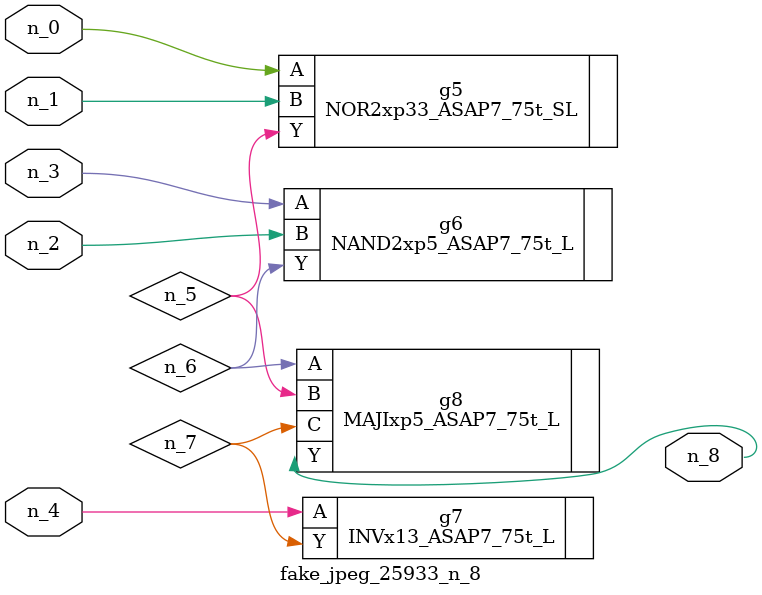
<source format=v>
module fake_jpeg_25933_n_8 (n_3, n_2, n_1, n_0, n_4, n_8);

input n_3;
input n_2;
input n_1;
input n_0;
input n_4;

output n_8;

wire n_6;
wire n_5;
wire n_7;

NOR2xp33_ASAP7_75t_SL g5 ( 
.A(n_0),
.B(n_1),
.Y(n_5)
);

NAND2xp5_ASAP7_75t_L g6 ( 
.A(n_3),
.B(n_2),
.Y(n_6)
);

INVx13_ASAP7_75t_L g7 ( 
.A(n_4),
.Y(n_7)
);

MAJIxp5_ASAP7_75t_L g8 ( 
.A(n_6),
.B(n_5),
.C(n_7),
.Y(n_8)
);


endmodule
</source>
